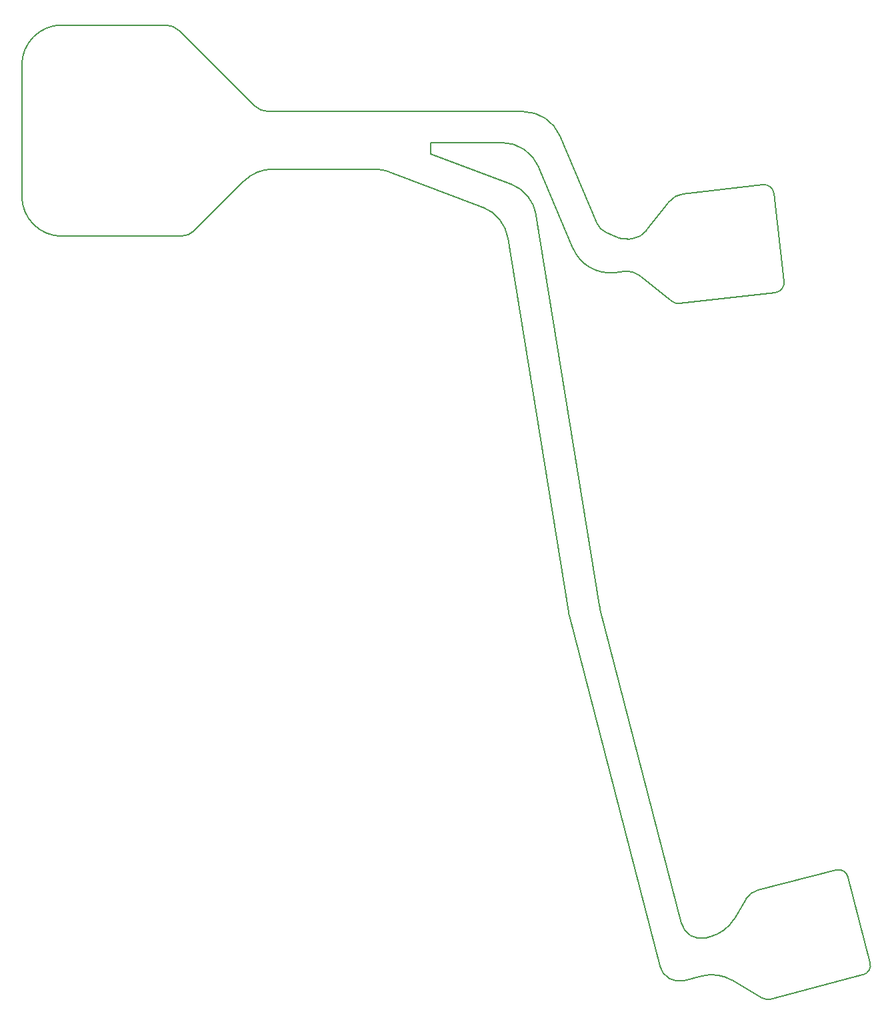
<source format=gbr>
*
G4_C Author: OrCAD GerbTool(tm) 8.1.1 Thu Jun 19 00:04:30 2003*
%LPD*%
%FSLAX34Y34*%
%MOIN*%
%AD*%
%ADD10R,0.050000X0.050000*%
%ADD11C,0.006000*%
%ADD12C,0.019000*%
%ADD13C,0.007900*%
%ADD14C,0.005000*%
%ADD15C,0.000800*%
%ADD16R,0.070000X0.025000*%
%ADD17R,0.068000X0.023000*%
%ADD18C,0.006000*%
%ADD19C,0.009800*%
%ADD20C,0.010000*%
%ADD21C,0.030000*%
%ADD22C,0.060000*%
%ADD23C,0.035000*%
%ADD24C,0.055000*%
%ADD25C,0.062980*%
%ADD26C,0.001000*%
%ADD27C,0.196840*%
G4_C OrCAD GerbTool Tool List *
G54D11*
G1X9301Y40512D2*
G75*
G2X8595Y40219I-707J707D1*
G74*
G1X11772Y42983D2*
G1X9301Y40512D1*
G1X13186Y43569D2*
G75*
G3X11772Y42983I0J-2000D1*
G74*
G1X8537Y50483D2*
G75*
G3X7830Y50776I-707J-707D1*
G74*
G1X12277Y46743D2*
G1X8537Y50483D1*
G1X12985Y46450D2*
G75*
G2X12277Y46743I0J1000D1*
G74*
G1X8595Y40219D2*
G1X2651Y40219D1*
G75*
G2X651Y42219I0J2000D1*
G74*
G1X651Y48776D1*
G1X2651Y50776D2*
G1X7830Y50776D1*
G1X651Y48776D2*
G75*
G2X2651Y50776I2000J0D1*
G74*
G1X30280Y38407D2*
G1X30797Y38467D1*
G1X28208Y39616D2*
G75*
G3X30280Y38407I1851J782D1*
G74*
G1X12985Y46450D2*
G1X25712Y46450D1*
G1X25712Y46450D2*
G75*
G2X27555Y45228I0J-2003D1*
G74*
G1X18314Y43569D2*
G1X13186Y43569D1*
G1X19024Y43438D2*
G75*
G3X18314Y43569I-710J-1871D1*
G74*
G1X23693Y41664D2*
G1X19024Y43438D1*
G1X24957Y40115D2*
G75*
G3X23693Y41664I-1989J-322D1*
G74*
G1X26372Y41270D2*
G75*
G3X25108Y42819I-1989J-322D1*
G74*
G1X26372Y41270D2*
G1X29535Y21747D1*
G1X29535Y21747D2*
G75*
G3X29573Y21566I1995J323D1*
G74*
G1X27984Y21426D2*
G1X24957Y40115D1*
G1X28022Y21245D2*
G75*
G2X27984Y21426I1936J500D1*
G74*
G1X27555Y45228D2*
G1X29380Y40908D1*
G1X29380Y40908D2*
G75*
G3X29904Y40379I923J390D1*
G74*
G1X30429Y40152D1*
G1X30941Y40076D2*
G1X31196Y40106D1*
G1X30429Y40152D2*
G75*
G3X30941Y40076I393J909D1*
G74*
G1X21105Y44899D2*
G1X21105Y44340D1*
G1X25108Y42819D1*
G1X21105Y44899D2*
G1X24650Y44899D1*
G1X26493Y43677D2*
G1X28208Y39616D1*
G1X24650Y44899D2*
G75*
G2X26493Y43677I0J-2003D1*
G74*
G1X41959Y8175D2*
G75*
G3X41349Y8534I-484J-125D1*
G74*
G1X37667Y2131D2*
G75*
G3X38047Y2077I254J431D1*
G74*
G1X42708Y3283D1*
G1X43066Y3892D2*
G1X41959Y8175D1*
G1X42708Y3283D2*
G75*
G3X43066Y3892I-125J484D1*
G74*
G1X37457Y7527D2*
G1X41349Y8534D1*
G1X36845Y7066D2*
G75*
G2X37457Y7527I862J-508D1*
G74*
G1X31533Y38257D2*
G75*
G3X30796Y38467I-621J-784D1*
G74*
G1X38255Y42353D2*
G75*
G3X37701Y42792I-497J-57D1*
G74*
G1X31533Y38257D2*
G1X33173Y36956D1*
G75*
G3X33542Y36851I311J392D1*
G74*
G1X38324Y37404D1*
G1X38763Y37958D2*
G1X38255Y42353D1*
G1X38324Y37404D2*
G75*
G3X38763Y37958I-58J497D1*
G74*
G1X31865Y40478D2*
G75*
G2X31196Y40106I-784J621D1*
G74*
G1X31865Y40478D2*
G1X33038Y41958D1*
G1X33706Y42330D2*
G1X37701Y42792D1*
G1X33038Y41958D2*
G75*
G2X33706Y42330I784J-621D1*
G74*
G1X36282Y6110D2*
G1X36845Y7066D1*
G1X35060Y5189D2*
G75*
G3X36282Y6110I-502J1944D1*
G74*
G1X36166Y3016D2*
G1X37667Y2131D1*
G1X34649Y3229D2*
G75*
G2X36166Y3016I498J-1930D1*
G74*
G1X34649Y3229D2*
G1X33772Y3002D1*
G1X32554Y3720D2*
G1X28022Y21245D1*
G1X33772Y3002D2*
G75*
G2X32554Y3720I-250J968D1*
G74*
G1X35060Y5189D2*
G1X34855Y5136D1*
G1X33637Y5854D2*
G1X29573Y21566D1*
G1X34855Y5136D2*
G75*
G2X33637Y5854I-250J967D1*
M2*

</source>
